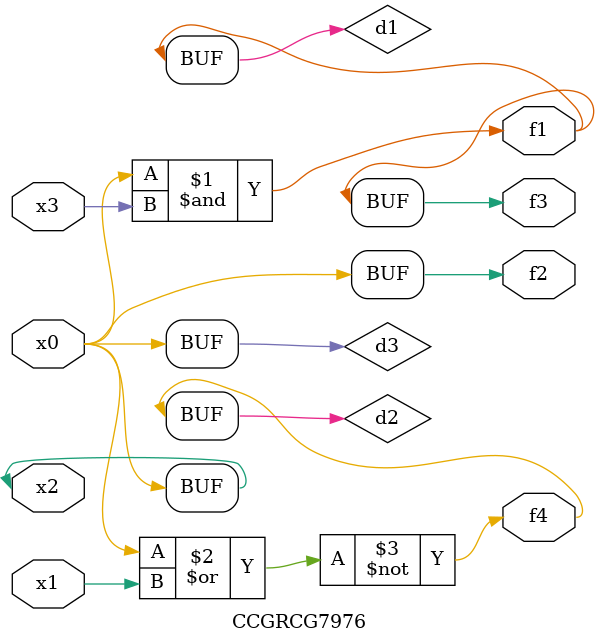
<source format=v>
module CCGRCG7976(
	input x0, x1, x2, x3,
	output f1, f2, f3, f4
);

	wire d1, d2, d3;

	and (d1, x2, x3);
	nor (d2, x0, x1);
	buf (d3, x0, x2);
	assign f1 = d1;
	assign f2 = d3;
	assign f3 = d1;
	assign f4 = d2;
endmodule

</source>
